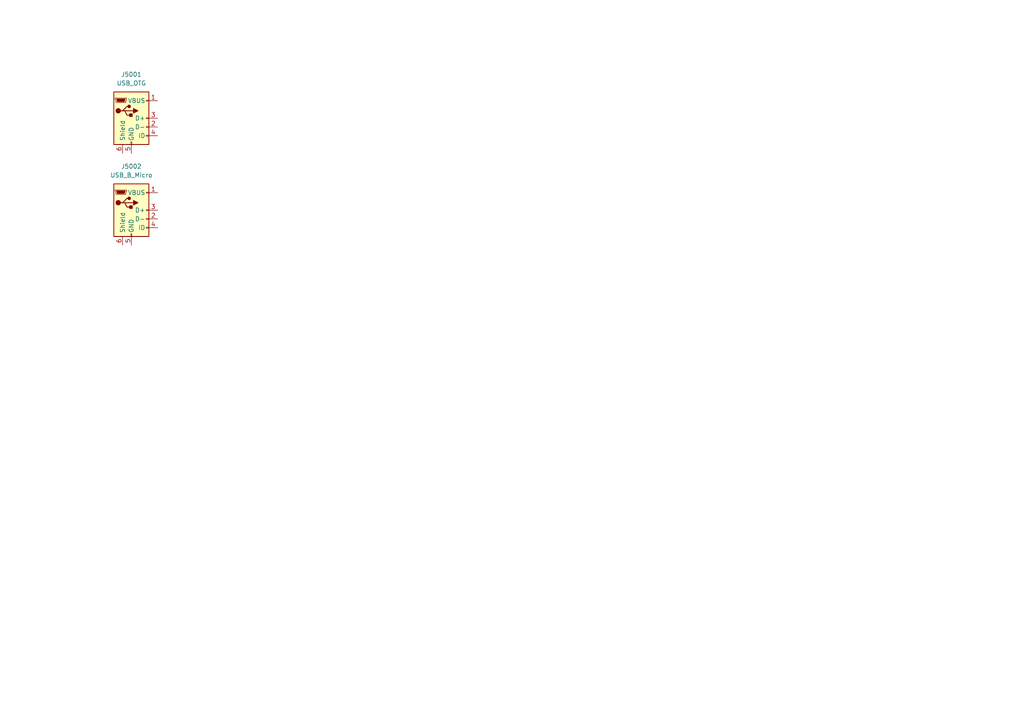
<source format=kicad_sch>
(kicad_sch (version 20231120) (generator "eeschema") (generator_version "8.0")
  (paper "A4")
  (lib_symbols
    (symbol "Connector:USB_B_Micro" (pin_names (offset 1.016))
      (property "Reference" "J" (at -5.08 11.43 0))
      (property "Value" "USB_B_Micro" (at -5.08 8.89 0))
      (symbol "USB_B_Micro_0_1"
        (rectangle (start -5.08 -7.62) (end 5.08 7.62) (stroke (width 0.254)) (fill (type background)))
        (circle (center -3.81 2.159) (radius 0.635) (stroke (width 0.254)) (fill (type outline)))
        (circle (center -0.635 3.429) (radius 0.381) (stroke (width 0.254)) (fill (type outline)))
        (rectangle (start -0.127 -7.62) (end 0.127 -6.858))
        (polyline (pts (xy -1.905 2.159) (xy 0.635 2.159)) (stroke (width 0.254)))
        (polyline (pts (xy -3.175 2.159) (xy -2.54 2.159) (xy -1.27 3.429) (xy -0.635 3.429)) (stroke (width 0.254)))
        (polyline (pts (xy -2.54 2.159) (xy -1.905 2.159) (xy -1.27 0.889) (xy 0 0.889)) (stroke (width 0.254)))
        (polyline (pts (xy 0.635 2.794) (xy 0.635 1.524) (xy 1.905 2.159) (xy 0.635 2.794)) (stroke (width 0.254)) (fill (type outline)))
        (polyline (pts (xy -4.318 5.588) (xy -1.778 5.588) (xy -2.032 4.826) (xy -4.064 4.826) (xy -4.318 5.588)) (fill (type outline)))
        (polyline (pts (xy -4.699 5.842) (xy -4.699 5.588) (xy -4.445 4.826) (xy -4.445 4.572) (xy -1.651 4.572) (xy -1.651 4.826) (xy -1.397 5.588) (xy -1.397 5.842) (xy -4.699 5.842)))
        (rectangle (start 0.254 1.27) (end -0.508 0.508) (stroke (width 0.254)) (fill (type outline)))
        (rectangle (start 5.08 -5.207) (end 4.318 -4.953))
        (rectangle (start 5.08 -2.667) (end 4.318 -2.413))
        (rectangle (start 5.08 -0.127) (end 4.318 0.127))
        (rectangle (start 5.08 4.953) (end 4.318 5.207))
      )
      (symbol "USB_B_Micro_1_1"
        (pin power_out line (at 7.62 5.08 180) (length 2.54) (name "VBUS") (number "1"))
        (pin bidirectional line (at 7.62 -2.54 180) (length 2.54) (name "D-") (number "2"))
        (pin bidirectional line (at 7.62 0 180) (length 2.54) (name "D+") (number "3"))
        (pin passive line (at 7.62 -5.08 180) (length 2.54) (name "ID") (number "4"))
        (pin power_out line (at 0 -10.16 90) (length 2.54) (name "GND") (number "5"))
        (pin passive line (at -2.54 -10.16 90) (length 2.54) (name "Shield") (number "6"))
      )
    )
    (symbol "Connector:USB_OTG" (pin_names (offset 1.016))
      (property "Reference" "J" (at -5.08 11.43 0))
      (property "Value" "USB_OTG" (at -5.08 8.89 0))
      (symbol "USB_OTG_0_1"
        (rectangle (start -5.08 -7.62) (end 5.08 7.62) (stroke (width 0.254)) (fill (type background)))
        (circle (center -3.81 2.159) (radius 0.635) (stroke (width 0.254)) (fill (type outline)))
        (circle (center -0.635 3.429) (radius 0.381) (stroke (width 0.254)) (fill (type outline)))
        (rectangle (start -0.127 -7.62) (end 0.127 -6.858))
        (polyline (pts (xy -1.905 2.159) (xy 0.635 2.159)) (stroke (width 0.254)))
        (polyline (pts (xy -3.175 2.159) (xy -2.54 2.159) (xy -1.27 3.429) (xy -0.635 3.429)) (stroke (width 0.254)))
        (polyline (pts (xy -2.54 2.159) (xy -1.905 2.159) (xy -1.27 0.889) (xy 0 0.889)) (stroke (width 0.254)))
        (polyline (pts (xy 0.635 2.794) (xy 0.635 1.524) (xy 1.905 2.159) (xy 0.635 2.794)) (stroke (width 0.254)) (fill (type outline)))
        (polyline (pts (xy -4.318 5.588) (xy -1.778 5.588) (xy -2.032 4.826) (xy -4.064 4.826) (xy -4.318 5.588)) (fill (type outline)))
        (polyline (pts (xy -4.699 5.842) (xy -4.699 5.588) (xy -4.445 4.826) (xy -4.445 4.572) (xy -1.651 4.572) (xy -1.651 4.826) (xy -1.397 5.588) (xy -1.397 5.842) (xy -4.699 5.842)))
        (rectangle (start 0.254 1.27) (end -0.508 0.508) (stroke (width 0.254)) (fill (type outline)))
        (rectangle (start 5.08 -5.207) (end 4.318 -4.953))
        (rectangle (start 5.08 -2.667) (end 4.318 -2.413))
        (rectangle (start 5.08 -0.127) (end 4.318 0.127))
        (rectangle (start 5.08 4.953) (end 4.318 5.207))
      )
      (symbol "USB_OTG_1_1"
        (pin passive line (at 7.62 5.08 180) (length 2.54) (name "VBUS") (number "1"))
        (pin bidirectional line (at 7.62 -2.54 180) (length 2.54) (name "D-") (number "2"))
        (pin bidirectional line (at 7.62 0 180) (length 2.54) (name "D+") (number "3"))
        (pin passive line (at 7.62 -5.08 180) (length 2.54) (name "ID") (number "4"))
        (pin passive line (at 0 -10.16 90) (length 2.54) (name "GND") (number "5"))
        (pin passive line (at -2.54 -10.16 90) (length 2.54) (name "Shield") (number "6"))
      )
    )
  )
  (symbol (lib_id "Connector:USB_OTG") (at 38.1 34.29 0) (unit 1)
    (property "Reference" "J5001" (at 38.1 21.59 0))
    (property "Value" "USB_OTG" (at 38.1 24.13 0))
    (property "Description" "USB mini/micro connector" (effects (hide yes)))
  )
  (symbol (lib_id "Connector:USB_B_Micro") (at 38.1 60.96 0) (unit 1)
    (property "Reference" "J5002" (at 38.1 48.26 0))
    (property "Value" "USB_B_Micro" (at 38.1 50.8 0))
    (property "Description" "USB Micro Type B connector" (effects (hide yes)))
  )
)
</source>
